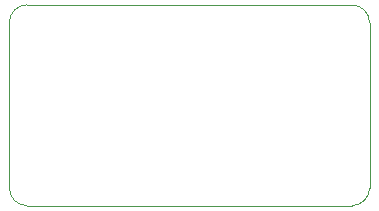
<source format=gbr>
%TF.GenerationSoftware,KiCad,Pcbnew,7.0.11-7.0.11~ubuntu22.04.1*%
%TF.CreationDate,2024-03-25T14:33:56+01:00*%
%TF.ProjectId,sensorshield,73656e73-6f72-4736-9869-656c642e6b69,rev?*%
%TF.SameCoordinates,Original*%
%TF.FileFunction,Profile,NP*%
%FSLAX46Y46*%
G04 Gerber Fmt 4.6, Leading zero omitted, Abs format (unit mm)*
G04 Created by KiCad (PCBNEW 7.0.11-7.0.11~ubuntu22.04.1) date 2024-03-25 14:33:56*
%MOMM*%
%LPD*%
G01*
G04 APERTURE LIST*
%TA.AperFunction,Profile*%
%ADD10C,0.050000*%
%TD*%
G04 APERTURE END LIST*
D10*
X153000000Y-113500000D02*
G75*
G03*
X151500000Y-112000000I-1500000J0D01*
G01*
X124000000Y-112000000D02*
X151500000Y-112000000D01*
X122500000Y-127500000D02*
X122500000Y-113500000D01*
X151500000Y-129000000D02*
G75*
G03*
X153000000Y-127500000I0J1500000D01*
G01*
X122500000Y-127500000D02*
G75*
G03*
X124000000Y-129000000I1500000J0D01*
G01*
X151500000Y-129000000D02*
X124000000Y-129000000D01*
X124000000Y-112000000D02*
G75*
G03*
X122500000Y-113500000I0J-1500000D01*
G01*
X153000000Y-127500000D02*
X153000000Y-113500000D01*
M02*

</source>
